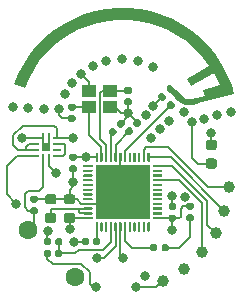
<source format=gtl>
%TF.GenerationSoftware,KiCad,Pcbnew,5.1.7-a382d34a8~87~ubuntu20.04.1*%
%TF.CreationDate,2020-10-26T14:53:32+05:00*%
%TF.ProjectId,OneRing,4f6e6552-696e-4672-9e6b-696361645f70,rev?*%
%TF.SameCoordinates,Original*%
%TF.FileFunction,Copper,L1,Top*%
%TF.FilePolarity,Positive*%
%FSLAX46Y46*%
G04 Gerber Fmt 4.6, Leading zero omitted, Abs format (unit mm)*
G04 Created by KiCad (PCBNEW 5.1.7-a382d34a8~87~ubuntu20.04.1) date 2020-10-26 14:53:32*
%MOMM*%
%LPD*%
G01*
G04 APERTURE LIST*
%TA.AperFunction,EtchedComponent*%
%ADD10C,0.100000*%
%TD*%
%TA.AperFunction,ComponentPad*%
%ADD11C,1.600000*%
%TD*%
%TA.AperFunction,SMDPad,CuDef*%
%ADD12C,0.500000*%
%TD*%
%TA.AperFunction,ComponentPad*%
%ADD13C,0.600000*%
%TD*%
%TA.AperFunction,SMDPad,CuDef*%
%ADD14C,1.000000*%
%TD*%
%TA.AperFunction,SMDPad,CuDef*%
%ADD15R,4.600000X4.600000*%
%TD*%
%TA.AperFunction,SMDPad,CuDef*%
%ADD16R,0.700000X0.250000*%
%TD*%
%TA.AperFunction,SMDPad,CuDef*%
%ADD17R,0.700000X0.700000*%
%TD*%
%TA.AperFunction,SMDPad,CuDef*%
%ADD18R,0.250000X0.700000*%
%TD*%
%TA.AperFunction,SMDPad,CuDef*%
%ADD19R,1.150000X1.000000*%
%TD*%
%TA.AperFunction,ViaPad*%
%ADD20C,0.800000*%
%TD*%
%TA.AperFunction,Conductor*%
%ADD21C,0.200000*%
%TD*%
%TA.AperFunction,Conductor*%
%ADD22C,0.500000*%
%TD*%
G04 APERTURE END LIST*
D10*
%TO.C,AE1*%
G36*
X165539057Y-90227492D02*
G01*
X166484141Y-90315898D01*
X167426129Y-90508662D01*
X168340527Y-90791641D01*
X169239581Y-91171906D01*
X170076891Y-91630832D01*
X170871774Y-92163242D01*
X171604912Y-92774314D01*
X172295623Y-93458870D01*
X172900095Y-94207945D01*
X173425398Y-95009292D01*
X173871533Y-95862911D01*
X174238498Y-96768800D01*
X174456414Y-97466162D01*
X171075673Y-98372028D01*
X170946264Y-97889065D01*
X171931508Y-97625070D01*
X171802099Y-97142107D01*
X173202691Y-96766819D01*
X172950807Y-96213146D01*
X172711864Y-95707768D01*
X170777474Y-96795489D01*
X170464353Y-96206460D01*
X172302150Y-95144621D01*
X172087888Y-94808628D01*
X171533099Y-94129062D01*
X170923637Y-93515910D01*
X170266572Y-92956924D01*
X169545174Y-92466940D01*
X168798773Y-92076830D01*
X167989933Y-91724156D01*
X167177998Y-91475839D01*
X166335884Y-91308078D01*
X165482910Y-91215696D01*
X164619075Y-91198694D01*
X163771462Y-91280872D01*
X162915578Y-91448089D01*
X162061080Y-91697756D01*
X161265925Y-92014345D01*
X160496652Y-92427527D01*
X159784133Y-92897970D01*
X159121298Y-93437923D01*
X158481756Y-94064809D01*
X157949159Y-94704450D01*
X157468834Y-95423260D01*
X157061994Y-96184497D01*
X156718979Y-96990748D01*
X155779393Y-96652402D01*
X156162246Y-95763007D01*
X156618584Y-94916038D01*
X157143924Y-94133403D01*
X157778797Y-93373182D01*
X158446623Y-92697306D01*
X159198286Y-92102493D01*
X160016363Y-91562354D01*
X160857734Y-91109149D01*
X161746894Y-90757019D01*
X162656759Y-90482163D01*
X163611824Y-90298723D01*
X164561205Y-90209982D01*
X165539057Y-90227492D01*
G37*
%TD*%
D11*
%TO.P,J2,1*%
%TO.N,VAA*%
X157000000Y-109000000D03*
%TD*%
%TO.P,J3,1*%
%TO.N,GND*%
X161000000Y-113000000D03*
%TD*%
D12*
%TO.P,AE1,1*%
%TO.N,Net-(AE1-Pad1)*%
X171252450Y-98065842D03*
D13*
%TO.P,AE1,2*%
%TO.N,GND*%
X170903180Y-96337342D03*
%TD*%
%TO.P,C1,1*%
%TO.N,VAA*%
%TA.AperFunction,SMDPad,CuDef*%
G36*
G01*
X157672500Y-107680000D02*
X157327500Y-107680000D01*
G75*
G02*
X157180000Y-107532500I0J147500D01*
G01*
X157180000Y-107237500D01*
G75*
G02*
X157327500Y-107090000I147500J0D01*
G01*
X157672500Y-107090000D01*
G75*
G02*
X157820000Y-107237500I0J-147500D01*
G01*
X157820000Y-107532500D01*
G75*
G02*
X157672500Y-107680000I-147500J0D01*
G01*
G37*
%TD.AperFunction*%
%TO.P,C1,2*%
%TO.N,GND*%
%TA.AperFunction,SMDPad,CuDef*%
G36*
G01*
X157672500Y-106710000D02*
X157327500Y-106710000D01*
G75*
G02*
X157180000Y-106562500I0J147500D01*
G01*
X157180000Y-106267500D01*
G75*
G02*
X157327500Y-106120000I147500J0D01*
G01*
X157672500Y-106120000D01*
G75*
G02*
X157820000Y-106267500I0J-147500D01*
G01*
X157820000Y-106562500D01*
G75*
G02*
X157672500Y-106710000I-147500J0D01*
G01*
G37*
%TD.AperFunction*%
%TD*%
%TO.P,C2,1*%
%TO.N,/NRF_DEC1*%
%TA.AperFunction,SMDPad,CuDef*%
G36*
G01*
X163095000Y-109827500D02*
X163095000Y-110172500D01*
G75*
G02*
X162947500Y-110320000I-147500J0D01*
G01*
X162652500Y-110320000D01*
G75*
G02*
X162505000Y-110172500I0J147500D01*
G01*
X162505000Y-109827500D01*
G75*
G02*
X162652500Y-109680000I147500J0D01*
G01*
X162947500Y-109680000D01*
G75*
G02*
X163095000Y-109827500I0J-147500D01*
G01*
G37*
%TD.AperFunction*%
%TO.P,C2,2*%
%TO.N,GND*%
%TA.AperFunction,SMDPad,CuDef*%
G36*
G01*
X162125000Y-109827500D02*
X162125000Y-110172500D01*
G75*
G02*
X161977500Y-110320000I-147500J0D01*
G01*
X161682500Y-110320000D01*
G75*
G02*
X161535000Y-110172500I0J147500D01*
G01*
X161535000Y-109827500D01*
G75*
G02*
X161682500Y-109680000I147500J0D01*
G01*
X161977500Y-109680000D01*
G75*
G02*
X162125000Y-109827500I0J-147500D01*
G01*
G37*
%TD.AperFunction*%
%TD*%
%TO.P,C3,2*%
%TO.N,GND*%
%TA.AperFunction,SMDPad,CuDef*%
G36*
G01*
X166156327Y-100287625D02*
X165912375Y-100043673D01*
G75*
G02*
X165912375Y-99835077I104298J104298D01*
G01*
X166120971Y-99626481D01*
G75*
G02*
X166329567Y-99626481I104298J-104298D01*
G01*
X166573519Y-99870433D01*
G75*
G02*
X166573519Y-100079029I-104298J-104298D01*
G01*
X166364923Y-100287625D01*
G75*
G02*
X166156327Y-100287625I-104298J104298D01*
G01*
G37*
%TD.AperFunction*%
%TO.P,C3,1*%
%TO.N,/NRF_DEC2*%
%TA.AperFunction,SMDPad,CuDef*%
G36*
G01*
X165470433Y-100973519D02*
X165226481Y-100729567D01*
G75*
G02*
X165226481Y-100520971I104298J104298D01*
G01*
X165435077Y-100312375D01*
G75*
G02*
X165643673Y-100312375I104298J-104298D01*
G01*
X165887625Y-100556327D01*
G75*
G02*
X165887625Y-100764923I-104298J-104298D01*
G01*
X165679029Y-100973519D01*
G75*
G02*
X165470433Y-100973519I-104298J104298D01*
G01*
G37*
%TD.AperFunction*%
%TD*%
%TO.P,C4,1*%
%TO.N,/NRF_DEC3*%
%TA.AperFunction,SMDPad,CuDef*%
G36*
G01*
X164070433Y-101023519D02*
X163826481Y-100779567D01*
G75*
G02*
X163826481Y-100570971I104298J104298D01*
G01*
X164035077Y-100362375D01*
G75*
G02*
X164243673Y-100362375I104298J-104298D01*
G01*
X164487625Y-100606327D01*
G75*
G02*
X164487625Y-100814923I-104298J-104298D01*
G01*
X164279029Y-101023519D01*
G75*
G02*
X164070433Y-101023519I-104298J104298D01*
G01*
G37*
%TD.AperFunction*%
%TO.P,C4,2*%
%TO.N,GND*%
%TA.AperFunction,SMDPad,CuDef*%
G36*
G01*
X164756327Y-100337625D02*
X164512375Y-100093673D01*
G75*
G02*
X164512375Y-99885077I104298J104298D01*
G01*
X164720971Y-99676481D01*
G75*
G02*
X164929567Y-99676481I104298J-104298D01*
G01*
X165173519Y-99920433D01*
G75*
G02*
X165173519Y-100129029I-104298J-104298D01*
G01*
X164964923Y-100337625D01*
G75*
G02*
X164756327Y-100337625I-104298J104298D01*
G01*
G37*
%TD.AperFunction*%
%TD*%
%TO.P,C5,1*%
%TO.N,/NRF_DEC4*%
%TA.AperFunction,SMDPad,CuDef*%
G36*
G01*
X159156250Y-108425000D02*
X158643750Y-108425000D01*
G75*
G02*
X158425000Y-108206250I0J218750D01*
G01*
X158425000Y-107768750D01*
G75*
G02*
X158643750Y-107550000I218750J0D01*
G01*
X159156250Y-107550000D01*
G75*
G02*
X159375000Y-107768750I0J-218750D01*
G01*
X159375000Y-108206250D01*
G75*
G02*
X159156250Y-108425000I-218750J0D01*
G01*
G37*
%TD.AperFunction*%
%TO.P,C5,2*%
%TO.N,GND*%
%TA.AperFunction,SMDPad,CuDef*%
G36*
G01*
X159156250Y-106850000D02*
X158643750Y-106850000D01*
G75*
G02*
X158425000Y-106631250I0J218750D01*
G01*
X158425000Y-106193750D01*
G75*
G02*
X158643750Y-105975000I218750J0D01*
G01*
X159156250Y-105975000D01*
G75*
G02*
X159375000Y-106193750I0J-218750D01*
G01*
X159375000Y-106631250D01*
G75*
G02*
X159156250Y-106850000I-218750J0D01*
G01*
G37*
%TD.AperFunction*%
%TD*%
%TO.P,C6,1*%
%TO.N,+3V3*%
%TA.AperFunction,SMDPad,CuDef*%
G36*
G01*
X169372500Y-108295000D02*
X169027500Y-108295000D01*
G75*
G02*
X168880000Y-108147500I0J147500D01*
G01*
X168880000Y-107852500D01*
G75*
G02*
X169027500Y-107705000I147500J0D01*
G01*
X169372500Y-107705000D01*
G75*
G02*
X169520000Y-107852500I0J-147500D01*
G01*
X169520000Y-108147500D01*
G75*
G02*
X169372500Y-108295000I-147500J0D01*
G01*
G37*
%TD.AperFunction*%
%TO.P,C6,2*%
%TO.N,GND*%
%TA.AperFunction,SMDPad,CuDef*%
G36*
G01*
X169372500Y-107325000D02*
X169027500Y-107325000D01*
G75*
G02*
X168880000Y-107177500I0J147500D01*
G01*
X168880000Y-106882500D01*
G75*
G02*
X169027500Y-106735000I147500J0D01*
G01*
X169372500Y-106735000D01*
G75*
G02*
X169520000Y-106882500I0J-147500D01*
G01*
X169520000Y-107177500D01*
G75*
G02*
X169372500Y-107325000I-147500J0D01*
G01*
G37*
%TD.AperFunction*%
%TD*%
%TO.P,C7,2*%
%TO.N,/NRF_XC_P*%
%TA.AperFunction,SMDPad,CuDef*%
G36*
G01*
X165622500Y-97495000D02*
X165277500Y-97495000D01*
G75*
G02*
X165130000Y-97347500I0J147500D01*
G01*
X165130000Y-97052500D01*
G75*
G02*
X165277500Y-96905000I147500J0D01*
G01*
X165622500Y-96905000D01*
G75*
G02*
X165770000Y-97052500I0J-147500D01*
G01*
X165770000Y-97347500D01*
G75*
G02*
X165622500Y-97495000I-147500J0D01*
G01*
G37*
%TD.AperFunction*%
%TO.P,C7,1*%
%TO.N,GND*%
%TA.AperFunction,SMDPad,CuDef*%
G36*
G01*
X165622500Y-98465000D02*
X165277500Y-98465000D01*
G75*
G02*
X165130000Y-98317500I0J147500D01*
G01*
X165130000Y-98022500D01*
G75*
G02*
X165277500Y-97875000I147500J0D01*
G01*
X165622500Y-97875000D01*
G75*
G02*
X165770000Y-98022500I0J-147500D01*
G01*
X165770000Y-98317500D01*
G75*
G02*
X165622500Y-98465000I-147500J0D01*
G01*
G37*
%TD.AperFunction*%
%TD*%
%TO.P,C8,1*%
%TO.N,GND*%
%TA.AperFunction,SMDPad,CuDef*%
G36*
G01*
X160872500Y-99865000D02*
X160527500Y-99865000D01*
G75*
G02*
X160380000Y-99717500I0J147500D01*
G01*
X160380000Y-99422500D01*
G75*
G02*
X160527500Y-99275000I147500J0D01*
G01*
X160872500Y-99275000D01*
G75*
G02*
X161020000Y-99422500I0J-147500D01*
G01*
X161020000Y-99717500D01*
G75*
G02*
X160872500Y-99865000I-147500J0D01*
G01*
G37*
%TD.AperFunction*%
%TO.P,C8,2*%
%TO.N,/NRF_XC_N*%
%TA.AperFunction,SMDPad,CuDef*%
G36*
G01*
X160872500Y-98895000D02*
X160527500Y-98895000D01*
G75*
G02*
X160380000Y-98747500I0J147500D01*
G01*
X160380000Y-98452500D01*
G75*
G02*
X160527500Y-98305000I147500J0D01*
G01*
X160872500Y-98305000D01*
G75*
G02*
X161020000Y-98452500I0J-147500D01*
G01*
X161020000Y-98747500D01*
G75*
G02*
X160872500Y-98895000I-147500J0D01*
G01*
G37*
%TD.AperFunction*%
%TD*%
%TO.P,C9,2*%
%TO.N,GND*%
%TA.AperFunction,SMDPad,CuDef*%
G36*
G01*
X160627500Y-103525000D02*
X160972500Y-103525000D01*
G75*
G02*
X161120000Y-103672500I0J-147500D01*
G01*
X161120000Y-103967500D01*
G75*
G02*
X160972500Y-104115000I-147500J0D01*
G01*
X160627500Y-104115000D01*
G75*
G02*
X160480000Y-103967500I0J147500D01*
G01*
X160480000Y-103672500D01*
G75*
G02*
X160627500Y-103525000I147500J0D01*
G01*
G37*
%TD.AperFunction*%
%TO.P,C9,1*%
%TO.N,+3V3*%
%TA.AperFunction,SMDPad,CuDef*%
G36*
G01*
X160627500Y-102555000D02*
X160972500Y-102555000D01*
G75*
G02*
X161120000Y-102702500I0J-147500D01*
G01*
X161120000Y-102997500D01*
G75*
G02*
X160972500Y-103145000I-147500J0D01*
G01*
X160627500Y-103145000D01*
G75*
G02*
X160480000Y-102997500I0J147500D01*
G01*
X160480000Y-102702500D01*
G75*
G02*
X160627500Y-102555000I147500J0D01*
G01*
G37*
%TD.AperFunction*%
%TD*%
%TO.P,C10,2*%
%TO.N,GND*%
%TA.AperFunction,SMDPad,CuDef*%
G36*
G01*
X160756250Y-106850000D02*
X160243750Y-106850000D01*
G75*
G02*
X160025000Y-106631250I0J218750D01*
G01*
X160025000Y-106193750D01*
G75*
G02*
X160243750Y-105975000I218750J0D01*
G01*
X160756250Y-105975000D01*
G75*
G02*
X160975000Y-106193750I0J-218750D01*
G01*
X160975000Y-106631250D01*
G75*
G02*
X160756250Y-106850000I-218750J0D01*
G01*
G37*
%TD.AperFunction*%
%TO.P,C10,1*%
%TO.N,+3V3*%
%TA.AperFunction,SMDPad,CuDef*%
G36*
G01*
X160756250Y-108425000D02*
X160243750Y-108425000D01*
G75*
G02*
X160025000Y-108206250I0J218750D01*
G01*
X160025000Y-107768750D01*
G75*
G02*
X160243750Y-107550000I218750J0D01*
G01*
X160756250Y-107550000D01*
G75*
G02*
X160975000Y-107768750I0J-218750D01*
G01*
X160975000Y-108206250D01*
G75*
G02*
X160756250Y-108425000I-218750J0D01*
G01*
G37*
%TD.AperFunction*%
%TD*%
%TO.P,C11,1*%
%TO.N,GND*%
%TA.AperFunction,SMDPad,CuDef*%
G36*
G01*
X172756250Y-103825000D02*
X172243750Y-103825000D01*
G75*
G02*
X172025000Y-103606250I0J218750D01*
G01*
X172025000Y-103168750D01*
G75*
G02*
X172243750Y-102950000I218750J0D01*
G01*
X172756250Y-102950000D01*
G75*
G02*
X172975000Y-103168750I0J-218750D01*
G01*
X172975000Y-103606250D01*
G75*
G02*
X172756250Y-103825000I-218750J0D01*
G01*
G37*
%TD.AperFunction*%
%TO.P,C11,2*%
%TO.N,VDD*%
%TA.AperFunction,SMDPad,CuDef*%
G36*
G01*
X172756250Y-102250000D02*
X172243750Y-102250000D01*
G75*
G02*
X172025000Y-102031250I0J218750D01*
G01*
X172025000Y-101593750D01*
G75*
G02*
X172243750Y-101375000I218750J0D01*
G01*
X172756250Y-101375000D01*
G75*
G02*
X172975000Y-101593750I0J-218750D01*
G01*
X172975000Y-102031250D01*
G75*
G02*
X172756250Y-102250000I-218750J0D01*
G01*
G37*
%TD.AperFunction*%
%TD*%
%TO.P,C12,2*%
%TO.N,GND*%
%TA.AperFunction,SMDPad,CuDef*%
G36*
G01*
X168443673Y-97412375D02*
X168687625Y-97656327D01*
G75*
G02*
X168687625Y-97864923I-104298J-104298D01*
G01*
X168479029Y-98073519D01*
G75*
G02*
X168270433Y-98073519I-104298J104298D01*
G01*
X168026481Y-97829567D01*
G75*
G02*
X168026481Y-97620971I104298J104298D01*
G01*
X168235077Y-97412375D01*
G75*
G02*
X168443673Y-97412375I104298J-104298D01*
G01*
G37*
%TD.AperFunction*%
%TO.P,C12,1*%
%TO.N,Net-(AE1-Pad1)*%
%TA.AperFunction,SMDPad,CuDef*%
G36*
G01*
X169129567Y-96726481D02*
X169373519Y-96970433D01*
G75*
G02*
X169373519Y-97179029I-104298J-104298D01*
G01*
X169164923Y-97387625D01*
G75*
G02*
X168956327Y-97387625I-104298J104298D01*
G01*
X168712375Y-97143673D01*
G75*
G02*
X168712375Y-96935077I104298J104298D01*
G01*
X168920971Y-96726481D01*
G75*
G02*
X169129567Y-96726481I104298J-104298D01*
G01*
G37*
%TD.AperFunction*%
%TD*%
%TO.P,D3,1*%
%TO.N,/NRF_LED*%
%TA.AperFunction,SMDPad,CuDef*%
G36*
G01*
X167320000Y-110672500D02*
X167320000Y-110327500D01*
G75*
G02*
X167467500Y-110180000I147500J0D01*
G01*
X167762500Y-110180000D01*
G75*
G02*
X167910000Y-110327500I0J-147500D01*
G01*
X167910000Y-110672500D01*
G75*
G02*
X167762500Y-110820000I-147500J0D01*
G01*
X167467500Y-110820000D01*
G75*
G02*
X167320000Y-110672500I0J147500D01*
G01*
G37*
%TD.AperFunction*%
%TO.P,D3,2*%
%TO.N,Net-(D3-Pad2)*%
%TA.AperFunction,SMDPad,CuDef*%
G36*
G01*
X168290000Y-110672500D02*
X168290000Y-110327500D01*
G75*
G02*
X168437500Y-110180000I147500J0D01*
G01*
X168732500Y-110180000D01*
G75*
G02*
X168880000Y-110327500I0J-147500D01*
G01*
X168880000Y-110672500D01*
G75*
G02*
X168732500Y-110820000I-147500J0D01*
G01*
X168437500Y-110820000D01*
G75*
G02*
X168290000Y-110672500I0J147500D01*
G01*
G37*
%TD.AperFunction*%
%TD*%
%TO.P,L2,1*%
%TO.N,Net-(AE1-Pad1)*%
%TA.AperFunction,SMDPad,CuDef*%
G36*
G01*
X169829567Y-97426481D02*
X170073519Y-97670433D01*
G75*
G02*
X170073519Y-97879029I-104298J-104298D01*
G01*
X169864923Y-98087625D01*
G75*
G02*
X169656327Y-98087625I-104298J104298D01*
G01*
X169412375Y-97843673D01*
G75*
G02*
X169412375Y-97635077I104298J104298D01*
G01*
X169620971Y-97426481D01*
G75*
G02*
X169829567Y-97426481I104298J-104298D01*
G01*
G37*
%TD.AperFunction*%
%TO.P,L2,2*%
%TO.N,/NRF_ANT*%
%TA.AperFunction,SMDPad,CuDef*%
G36*
G01*
X169143673Y-98112375D02*
X169387625Y-98356327D01*
G75*
G02*
X169387625Y-98564923I-104298J-104298D01*
G01*
X169179029Y-98773519D01*
G75*
G02*
X168970433Y-98773519I-104298J104298D01*
G01*
X168726481Y-98529567D01*
G75*
G02*
X168726481Y-98320971I104298J104298D01*
G01*
X168935077Y-98112375D01*
G75*
G02*
X169143673Y-98112375I104298J-104298D01*
G01*
G37*
%TD.AperFunction*%
%TD*%
%TO.P,R4,2*%
%TO.N,+3V3*%
%TA.AperFunction,SMDPad,CuDef*%
G36*
G01*
X170872500Y-107310000D02*
X170527500Y-107310000D01*
G75*
G02*
X170380000Y-107162500I0J147500D01*
G01*
X170380000Y-106867500D01*
G75*
G02*
X170527500Y-106720000I147500J0D01*
G01*
X170872500Y-106720000D01*
G75*
G02*
X171020000Y-106867500I0J-147500D01*
G01*
X171020000Y-107162500D01*
G75*
G02*
X170872500Y-107310000I-147500J0D01*
G01*
G37*
%TD.AperFunction*%
%TO.P,R4,1*%
%TO.N,Net-(D3-Pad2)*%
%TA.AperFunction,SMDPad,CuDef*%
G36*
G01*
X170872500Y-108280000D02*
X170527500Y-108280000D01*
G75*
G02*
X170380000Y-108132500I0J147500D01*
G01*
X170380000Y-107837500D01*
G75*
G02*
X170527500Y-107690000I147500J0D01*
G01*
X170872500Y-107690000D01*
G75*
G02*
X171020000Y-107837500I0J-147500D01*
G01*
X171020000Y-108132500D01*
G75*
G02*
X170872500Y-108280000I-147500J0D01*
G01*
G37*
%TD.AperFunction*%
%TD*%
%TO.P,R5,2*%
%TO.N,/NRF_BAT_LVL*%
%TA.AperFunction,SMDPad,CuDef*%
G36*
G01*
X159305000Y-111172500D02*
X159305000Y-110827500D01*
G75*
G02*
X159452500Y-110680000I147500J0D01*
G01*
X159747500Y-110680000D01*
G75*
G02*
X159895000Y-110827500I0J-147500D01*
G01*
X159895000Y-111172500D01*
G75*
G02*
X159747500Y-111320000I-147500J0D01*
G01*
X159452500Y-111320000D01*
G75*
G02*
X159305000Y-111172500I0J147500D01*
G01*
G37*
%TD.AperFunction*%
%TO.P,R5,1*%
%TO.N,/V_BAT_PROT*%
%TA.AperFunction,SMDPad,CuDef*%
G36*
G01*
X158335000Y-111172500D02*
X158335000Y-110827500D01*
G75*
G02*
X158482500Y-110680000I147500J0D01*
G01*
X158777500Y-110680000D01*
G75*
G02*
X158925000Y-110827500I0J-147500D01*
G01*
X158925000Y-111172500D01*
G75*
G02*
X158777500Y-111320000I-147500J0D01*
G01*
X158482500Y-111320000D01*
G75*
G02*
X158335000Y-111172500I0J147500D01*
G01*
G37*
%TD.AperFunction*%
%TD*%
%TO.P,R6,1*%
%TO.N,/NRF_BAT_LVL*%
%TA.AperFunction,SMDPad,CuDef*%
G36*
G01*
X159895000Y-109827500D02*
X159895000Y-110172500D01*
G75*
G02*
X159747500Y-110320000I-147500J0D01*
G01*
X159452500Y-110320000D01*
G75*
G02*
X159305000Y-110172500I0J147500D01*
G01*
X159305000Y-109827500D01*
G75*
G02*
X159452500Y-109680000I147500J0D01*
G01*
X159747500Y-109680000D01*
G75*
G02*
X159895000Y-109827500I0J-147500D01*
G01*
G37*
%TD.AperFunction*%
%TO.P,R6,2*%
%TO.N,GND*%
%TA.AperFunction,SMDPad,CuDef*%
G36*
G01*
X158925000Y-109827500D02*
X158925000Y-110172500D01*
G75*
G02*
X158777500Y-110320000I-147500J0D01*
G01*
X158482500Y-110320000D01*
G75*
G02*
X158335000Y-110172500I0J147500D01*
G01*
X158335000Y-109827500D01*
G75*
G02*
X158482500Y-109680000I147500J0D01*
G01*
X158777500Y-109680000D01*
G75*
G02*
X158925000Y-109827500I0J-147500D01*
G01*
G37*
%TD.AperFunction*%
%TD*%
D14*
%TO.P,TP1,1*%
%TO.N,VDD*%
X168400000Y-113300000D03*
%TD*%
%TO.P,TP2,1*%
%TO.N,/NRF_RESET*%
X172900000Y-109300000D03*
%TD*%
%TO.P,TP3,1*%
%TO.N,/NRF_SWDCLK*%
X173600000Y-107400000D03*
%TD*%
%TO.P,TP4,1*%
%TO.N,/NRF_SWDIO*%
X174000000Y-105400000D03*
%TD*%
%TO.P,TP5,1*%
%TO.N,/NRF_SWO*%
X171700000Y-110900000D03*
%TD*%
%TO.P,TP6,1*%
%TO.N,GND*%
X170200000Y-112300000D03*
%TD*%
%TO.P,U1,1*%
%TO.N,/NRF_DEC1*%
%TA.AperFunction,SMDPad,CuDef*%
G36*
G01*
X162850000Y-109150000D02*
X162750000Y-109150000D01*
G75*
G02*
X162700000Y-109100000I0J50000D01*
G01*
X162700000Y-108400000D01*
G75*
G02*
X162750000Y-108350000I50000J0D01*
G01*
X162850000Y-108350000D01*
G75*
G02*
X162900000Y-108400000I0J-50000D01*
G01*
X162900000Y-109100000D01*
G75*
G02*
X162850000Y-109150000I-50000J0D01*
G01*
G37*
%TD.AperFunction*%
%TO.P,U1,2*%
%TO.N,Net-(U1-Pad2)*%
%TA.AperFunction,SMDPad,CuDef*%
G36*
G01*
X163250000Y-109150000D02*
X163150000Y-109150000D01*
G75*
G02*
X163100000Y-109100000I0J50000D01*
G01*
X163100000Y-108400000D01*
G75*
G02*
X163150000Y-108350000I50000J0D01*
G01*
X163250000Y-108350000D01*
G75*
G02*
X163300000Y-108400000I0J-50000D01*
G01*
X163300000Y-109100000D01*
G75*
G02*
X163250000Y-109150000I-50000J0D01*
G01*
G37*
%TD.AperFunction*%
%TO.P,U1,3*%
%TO.N,Net-(U1-Pad3)*%
%TA.AperFunction,SMDPad,CuDef*%
G36*
G01*
X163650000Y-109150000D02*
X163550000Y-109150000D01*
G75*
G02*
X163500000Y-109100000I0J50000D01*
G01*
X163500000Y-108400000D01*
G75*
G02*
X163550000Y-108350000I50000J0D01*
G01*
X163650000Y-108350000D01*
G75*
G02*
X163700000Y-108400000I0J-50000D01*
G01*
X163700000Y-109100000D01*
G75*
G02*
X163650000Y-109150000I-50000J0D01*
G01*
G37*
%TD.AperFunction*%
%TO.P,U1,4*%
%TO.N,/NRF_BAT_LVL*%
%TA.AperFunction,SMDPad,CuDef*%
G36*
G01*
X164050000Y-109150000D02*
X163950000Y-109150000D01*
G75*
G02*
X163900000Y-109100000I0J50000D01*
G01*
X163900000Y-108400000D01*
G75*
G02*
X163950000Y-108350000I50000J0D01*
G01*
X164050000Y-108350000D01*
G75*
G02*
X164100000Y-108400000I0J-50000D01*
G01*
X164100000Y-109100000D01*
G75*
G02*
X164050000Y-109150000I-50000J0D01*
G01*
G37*
%TD.AperFunction*%
%TO.P,U1,5*%
%TO.N,/NRF_PWR*%
%TA.AperFunction,SMDPad,CuDef*%
G36*
G01*
X164450000Y-109150000D02*
X164350000Y-109150000D01*
G75*
G02*
X164300000Y-109100000I0J50000D01*
G01*
X164300000Y-108400000D01*
G75*
G02*
X164350000Y-108350000I50000J0D01*
G01*
X164450000Y-108350000D01*
G75*
G02*
X164500000Y-108400000I0J-50000D01*
G01*
X164500000Y-109100000D01*
G75*
G02*
X164450000Y-109150000I-50000J0D01*
G01*
G37*
%TD.AperFunction*%
%TO.P,U1,6*%
%TO.N,/NRF_BTN*%
%TA.AperFunction,SMDPad,CuDef*%
G36*
G01*
X164850000Y-109150000D02*
X164750000Y-109150000D01*
G75*
G02*
X164700000Y-109100000I0J50000D01*
G01*
X164700000Y-108400000D01*
G75*
G02*
X164750000Y-108350000I50000J0D01*
G01*
X164850000Y-108350000D01*
G75*
G02*
X164900000Y-108400000I0J-50000D01*
G01*
X164900000Y-109100000D01*
G75*
G02*
X164850000Y-109150000I-50000J0D01*
G01*
G37*
%TD.AperFunction*%
%TO.P,U1,7*%
%TO.N,/NRF_LED*%
%TA.AperFunction,SMDPad,CuDef*%
G36*
G01*
X165250000Y-109150000D02*
X165150000Y-109150000D01*
G75*
G02*
X165100000Y-109100000I0J50000D01*
G01*
X165100000Y-108400000D01*
G75*
G02*
X165150000Y-108350000I50000J0D01*
G01*
X165250000Y-108350000D01*
G75*
G02*
X165300000Y-108400000I0J-50000D01*
G01*
X165300000Y-109100000D01*
G75*
G02*
X165250000Y-109150000I-50000J0D01*
G01*
G37*
%TD.AperFunction*%
%TO.P,U1,8*%
%TO.N,Net-(U1-Pad8)*%
%TA.AperFunction,SMDPad,CuDef*%
G36*
G01*
X165650000Y-109150000D02*
X165550000Y-109150000D01*
G75*
G02*
X165500000Y-109100000I0J50000D01*
G01*
X165500000Y-108400000D01*
G75*
G02*
X165550000Y-108350000I50000J0D01*
G01*
X165650000Y-108350000D01*
G75*
G02*
X165700000Y-108400000I0J-50000D01*
G01*
X165700000Y-109100000D01*
G75*
G02*
X165650000Y-109150000I-50000J0D01*
G01*
G37*
%TD.AperFunction*%
%TO.P,U1,9*%
%TO.N,Net-(U1-Pad9)*%
%TA.AperFunction,SMDPad,CuDef*%
G36*
G01*
X166050000Y-109150000D02*
X165950000Y-109150000D01*
G75*
G02*
X165900000Y-109100000I0J50000D01*
G01*
X165900000Y-108400000D01*
G75*
G02*
X165950000Y-108350000I50000J0D01*
G01*
X166050000Y-108350000D01*
G75*
G02*
X166100000Y-108400000I0J-50000D01*
G01*
X166100000Y-109100000D01*
G75*
G02*
X166050000Y-109150000I-50000J0D01*
G01*
G37*
%TD.AperFunction*%
%TO.P,U1,10*%
%TO.N,Net-(U1-Pad10)*%
%TA.AperFunction,SMDPad,CuDef*%
G36*
G01*
X166450000Y-109150000D02*
X166350000Y-109150000D01*
G75*
G02*
X166300000Y-109100000I0J50000D01*
G01*
X166300000Y-108400000D01*
G75*
G02*
X166350000Y-108350000I50000J0D01*
G01*
X166450000Y-108350000D01*
G75*
G02*
X166500000Y-108400000I0J-50000D01*
G01*
X166500000Y-109100000D01*
G75*
G02*
X166450000Y-109150000I-50000J0D01*
G01*
G37*
%TD.AperFunction*%
%TO.P,U1,11*%
%TO.N,Net-(U1-Pad11)*%
%TA.AperFunction,SMDPad,CuDef*%
G36*
G01*
X166850000Y-109150000D02*
X166750000Y-109150000D01*
G75*
G02*
X166700000Y-109100000I0J50000D01*
G01*
X166700000Y-108400000D01*
G75*
G02*
X166750000Y-108350000I50000J0D01*
G01*
X166850000Y-108350000D01*
G75*
G02*
X166900000Y-108400000I0J-50000D01*
G01*
X166900000Y-109100000D01*
G75*
G02*
X166850000Y-109150000I-50000J0D01*
G01*
G37*
%TD.AperFunction*%
%TO.P,U1,12*%
%TO.N,Net-(U1-Pad12)*%
%TA.AperFunction,SMDPad,CuDef*%
G36*
G01*
X167250000Y-109150000D02*
X167150000Y-109150000D01*
G75*
G02*
X167100000Y-109100000I0J50000D01*
G01*
X167100000Y-108400000D01*
G75*
G02*
X167150000Y-108350000I50000J0D01*
G01*
X167250000Y-108350000D01*
G75*
G02*
X167300000Y-108400000I0J-50000D01*
G01*
X167300000Y-109100000D01*
G75*
G02*
X167250000Y-109150000I-50000J0D01*
G01*
G37*
%TD.AperFunction*%
%TO.P,U1,13*%
%TO.N,+3V3*%
%TA.AperFunction,SMDPad,CuDef*%
G36*
G01*
X168300000Y-108100000D02*
X167600000Y-108100000D01*
G75*
G02*
X167550000Y-108050000I0J50000D01*
G01*
X167550000Y-107950000D01*
G75*
G02*
X167600000Y-107900000I50000J0D01*
G01*
X168300000Y-107900000D01*
G75*
G02*
X168350000Y-107950000I0J-50000D01*
G01*
X168350000Y-108050000D01*
G75*
G02*
X168300000Y-108100000I-50000J0D01*
G01*
G37*
%TD.AperFunction*%
%TO.P,U1,14*%
%TO.N,Net-(U1-Pad14)*%
%TA.AperFunction,SMDPad,CuDef*%
G36*
G01*
X168300000Y-107700000D02*
X167600000Y-107700000D01*
G75*
G02*
X167550000Y-107650000I0J50000D01*
G01*
X167550000Y-107550000D01*
G75*
G02*
X167600000Y-107500000I50000J0D01*
G01*
X168300000Y-107500000D01*
G75*
G02*
X168350000Y-107550000I0J-50000D01*
G01*
X168350000Y-107650000D01*
G75*
G02*
X168300000Y-107700000I-50000J0D01*
G01*
G37*
%TD.AperFunction*%
%TO.P,U1,15*%
%TO.N,Net-(U1-Pad15)*%
%TA.AperFunction,SMDPad,CuDef*%
G36*
G01*
X168300000Y-107300000D02*
X167600000Y-107300000D01*
G75*
G02*
X167550000Y-107250000I0J50000D01*
G01*
X167550000Y-107150000D01*
G75*
G02*
X167600000Y-107100000I50000J0D01*
G01*
X168300000Y-107100000D01*
G75*
G02*
X168350000Y-107150000I0J-50000D01*
G01*
X168350000Y-107250000D01*
G75*
G02*
X168300000Y-107300000I-50000J0D01*
G01*
G37*
%TD.AperFunction*%
%TO.P,U1,16*%
%TO.N,Net-(U1-Pad16)*%
%TA.AperFunction,SMDPad,CuDef*%
G36*
G01*
X168300000Y-106900000D02*
X167600000Y-106900000D01*
G75*
G02*
X167550000Y-106850000I0J50000D01*
G01*
X167550000Y-106750000D01*
G75*
G02*
X167600000Y-106700000I50000J0D01*
G01*
X168300000Y-106700000D01*
G75*
G02*
X168350000Y-106750000I0J-50000D01*
G01*
X168350000Y-106850000D01*
G75*
G02*
X168300000Y-106900000I-50000J0D01*
G01*
G37*
%TD.AperFunction*%
%TO.P,U1,17*%
%TO.N,Net-(U1-Pad17)*%
%TA.AperFunction,SMDPad,CuDef*%
G36*
G01*
X168300000Y-106500000D02*
X167600000Y-106500000D01*
G75*
G02*
X167550000Y-106450000I0J50000D01*
G01*
X167550000Y-106350000D01*
G75*
G02*
X167600000Y-106300000I50000J0D01*
G01*
X168300000Y-106300000D01*
G75*
G02*
X168350000Y-106350000I0J-50000D01*
G01*
X168350000Y-106450000D01*
G75*
G02*
X168300000Y-106500000I-50000J0D01*
G01*
G37*
%TD.AperFunction*%
%TO.P,U1,18*%
%TO.N,Net-(U1-Pad18)*%
%TA.AperFunction,SMDPad,CuDef*%
G36*
G01*
X168300000Y-106100000D02*
X167600000Y-106100000D01*
G75*
G02*
X167550000Y-106050000I0J50000D01*
G01*
X167550000Y-105950000D01*
G75*
G02*
X167600000Y-105900000I50000J0D01*
G01*
X168300000Y-105900000D01*
G75*
G02*
X168350000Y-105950000I0J-50000D01*
G01*
X168350000Y-106050000D01*
G75*
G02*
X168300000Y-106100000I-50000J0D01*
G01*
G37*
%TD.AperFunction*%
%TO.P,U1,19*%
%TO.N,Net-(U1-Pad19)*%
%TA.AperFunction,SMDPad,CuDef*%
G36*
G01*
X168300000Y-105700000D02*
X167600000Y-105700000D01*
G75*
G02*
X167550000Y-105650000I0J50000D01*
G01*
X167550000Y-105550000D01*
G75*
G02*
X167600000Y-105500000I50000J0D01*
G01*
X168300000Y-105500000D01*
G75*
G02*
X168350000Y-105550000I0J-50000D01*
G01*
X168350000Y-105650000D01*
G75*
G02*
X168300000Y-105700000I-50000J0D01*
G01*
G37*
%TD.AperFunction*%
%TO.P,U1,20*%
%TO.N,Net-(U1-Pad20)*%
%TA.AperFunction,SMDPad,CuDef*%
G36*
G01*
X168300000Y-105300000D02*
X167600000Y-105300000D01*
G75*
G02*
X167550000Y-105250000I0J50000D01*
G01*
X167550000Y-105150000D01*
G75*
G02*
X167600000Y-105100000I50000J0D01*
G01*
X168300000Y-105100000D01*
G75*
G02*
X168350000Y-105150000I0J-50000D01*
G01*
X168350000Y-105250000D01*
G75*
G02*
X168300000Y-105300000I-50000J0D01*
G01*
G37*
%TD.AperFunction*%
%TO.P,U1,21*%
%TO.N,/NRF_SWO*%
%TA.AperFunction,SMDPad,CuDef*%
G36*
G01*
X168300000Y-104900000D02*
X167600000Y-104900000D01*
G75*
G02*
X167550000Y-104850000I0J50000D01*
G01*
X167550000Y-104750000D01*
G75*
G02*
X167600000Y-104700000I50000J0D01*
G01*
X168300000Y-104700000D01*
G75*
G02*
X168350000Y-104750000I0J-50000D01*
G01*
X168350000Y-104850000D01*
G75*
G02*
X168300000Y-104900000I-50000J0D01*
G01*
G37*
%TD.AperFunction*%
%TO.P,U1,22*%
%TO.N,Net-(U1-Pad22)*%
%TA.AperFunction,SMDPad,CuDef*%
G36*
G01*
X168300000Y-104500000D02*
X167600000Y-104500000D01*
G75*
G02*
X167550000Y-104450000I0J50000D01*
G01*
X167550000Y-104350000D01*
G75*
G02*
X167600000Y-104300000I50000J0D01*
G01*
X168300000Y-104300000D01*
G75*
G02*
X168350000Y-104350000I0J-50000D01*
G01*
X168350000Y-104450000D01*
G75*
G02*
X168300000Y-104500000I-50000J0D01*
G01*
G37*
%TD.AperFunction*%
%TO.P,U1,23*%
%TO.N,Net-(U1-Pad23)*%
%TA.AperFunction,SMDPad,CuDef*%
G36*
G01*
X168300000Y-104100000D02*
X167600000Y-104100000D01*
G75*
G02*
X167550000Y-104050000I0J50000D01*
G01*
X167550000Y-103950000D01*
G75*
G02*
X167600000Y-103900000I50000J0D01*
G01*
X168300000Y-103900000D01*
G75*
G02*
X168350000Y-103950000I0J-50000D01*
G01*
X168350000Y-104050000D01*
G75*
G02*
X168300000Y-104100000I-50000J0D01*
G01*
G37*
%TD.AperFunction*%
%TO.P,U1,24*%
%TO.N,/NRF_RESET*%
%TA.AperFunction,SMDPad,CuDef*%
G36*
G01*
X168300000Y-103700000D02*
X167600000Y-103700000D01*
G75*
G02*
X167550000Y-103650000I0J50000D01*
G01*
X167550000Y-103550000D01*
G75*
G02*
X167600000Y-103500000I50000J0D01*
G01*
X168300000Y-103500000D01*
G75*
G02*
X168350000Y-103550000I0J-50000D01*
G01*
X168350000Y-103650000D01*
G75*
G02*
X168300000Y-103700000I-50000J0D01*
G01*
G37*
%TD.AperFunction*%
%TO.P,U1,25*%
%TO.N,/NRF_SWDCLK*%
%TA.AperFunction,SMDPad,CuDef*%
G36*
G01*
X167250000Y-103250000D02*
X167150000Y-103250000D01*
G75*
G02*
X167100000Y-103200000I0J50000D01*
G01*
X167100000Y-102500000D01*
G75*
G02*
X167150000Y-102450000I50000J0D01*
G01*
X167250000Y-102450000D01*
G75*
G02*
X167300000Y-102500000I0J-50000D01*
G01*
X167300000Y-103200000D01*
G75*
G02*
X167250000Y-103250000I-50000J0D01*
G01*
G37*
%TD.AperFunction*%
%TO.P,U1,26*%
%TO.N,/NRF_SWDIO*%
%TA.AperFunction,SMDPad,CuDef*%
G36*
G01*
X166850000Y-103250000D02*
X166750000Y-103250000D01*
G75*
G02*
X166700000Y-103200000I0J50000D01*
G01*
X166700000Y-102500000D01*
G75*
G02*
X166750000Y-102450000I50000J0D01*
G01*
X166850000Y-102450000D01*
G75*
G02*
X166900000Y-102500000I0J-50000D01*
G01*
X166900000Y-103200000D01*
G75*
G02*
X166850000Y-103250000I-50000J0D01*
G01*
G37*
%TD.AperFunction*%
%TO.P,U1,27*%
%TO.N,Net-(U1-Pad27)*%
%TA.AperFunction,SMDPad,CuDef*%
G36*
G01*
X166450000Y-103250000D02*
X166350000Y-103250000D01*
G75*
G02*
X166300000Y-103200000I0J50000D01*
G01*
X166300000Y-102500000D01*
G75*
G02*
X166350000Y-102450000I50000J0D01*
G01*
X166450000Y-102450000D01*
G75*
G02*
X166500000Y-102500000I0J-50000D01*
G01*
X166500000Y-103200000D01*
G75*
G02*
X166450000Y-103250000I-50000J0D01*
G01*
G37*
%TD.AperFunction*%
%TO.P,U1,28*%
%TO.N,Net-(U1-Pad28)*%
%TA.AperFunction,SMDPad,CuDef*%
G36*
G01*
X166050000Y-103250000D02*
X165950000Y-103250000D01*
G75*
G02*
X165900000Y-103200000I0J50000D01*
G01*
X165900000Y-102500000D01*
G75*
G02*
X165950000Y-102450000I50000J0D01*
G01*
X166050000Y-102450000D01*
G75*
G02*
X166100000Y-102500000I0J-50000D01*
G01*
X166100000Y-103200000D01*
G75*
G02*
X166050000Y-103250000I-50000J0D01*
G01*
G37*
%TD.AperFunction*%
%TO.P,U1,29*%
%TO.N,Net-(U1-Pad29)*%
%TA.AperFunction,SMDPad,CuDef*%
G36*
G01*
X165650000Y-103250000D02*
X165550000Y-103250000D01*
G75*
G02*
X165500000Y-103200000I0J50000D01*
G01*
X165500000Y-102500000D01*
G75*
G02*
X165550000Y-102450000I50000J0D01*
G01*
X165650000Y-102450000D01*
G75*
G02*
X165700000Y-102500000I0J-50000D01*
G01*
X165700000Y-103200000D01*
G75*
G02*
X165650000Y-103250000I-50000J0D01*
G01*
G37*
%TD.AperFunction*%
%TO.P,U1,30*%
%TO.N,/NRF_ANT*%
%TA.AperFunction,SMDPad,CuDef*%
G36*
G01*
X165250000Y-103250000D02*
X165150000Y-103250000D01*
G75*
G02*
X165100000Y-103200000I0J50000D01*
G01*
X165100000Y-102500000D01*
G75*
G02*
X165150000Y-102450000I50000J0D01*
G01*
X165250000Y-102450000D01*
G75*
G02*
X165300000Y-102500000I0J-50000D01*
G01*
X165300000Y-103200000D01*
G75*
G02*
X165250000Y-103250000I-50000J0D01*
G01*
G37*
%TD.AperFunction*%
%TO.P,U1,31*%
%TO.N,GND*%
%TA.AperFunction,SMDPad,CuDef*%
G36*
G01*
X164850000Y-103250000D02*
X164750000Y-103250000D01*
G75*
G02*
X164700000Y-103200000I0J50000D01*
G01*
X164700000Y-102500000D01*
G75*
G02*
X164750000Y-102450000I50000J0D01*
G01*
X164850000Y-102450000D01*
G75*
G02*
X164900000Y-102500000I0J-50000D01*
G01*
X164900000Y-103200000D01*
G75*
G02*
X164850000Y-103250000I-50000J0D01*
G01*
G37*
%TD.AperFunction*%
%TO.P,U1,32*%
%TO.N,/NRF_DEC2*%
%TA.AperFunction,SMDPad,CuDef*%
G36*
G01*
X164450000Y-103250000D02*
X164350000Y-103250000D01*
G75*
G02*
X164300000Y-103200000I0J50000D01*
G01*
X164300000Y-102500000D01*
G75*
G02*
X164350000Y-102450000I50000J0D01*
G01*
X164450000Y-102450000D01*
G75*
G02*
X164500000Y-102500000I0J-50000D01*
G01*
X164500000Y-103200000D01*
G75*
G02*
X164450000Y-103250000I-50000J0D01*
G01*
G37*
%TD.AperFunction*%
%TO.P,U1,33*%
%TO.N,/NRF_DEC3*%
%TA.AperFunction,SMDPad,CuDef*%
G36*
G01*
X164050000Y-103250000D02*
X163950000Y-103250000D01*
G75*
G02*
X163900000Y-103200000I0J50000D01*
G01*
X163900000Y-102500000D01*
G75*
G02*
X163950000Y-102450000I50000J0D01*
G01*
X164050000Y-102450000D01*
G75*
G02*
X164100000Y-102500000I0J-50000D01*
G01*
X164100000Y-103200000D01*
G75*
G02*
X164050000Y-103250000I-50000J0D01*
G01*
G37*
%TD.AperFunction*%
%TO.P,U1,34*%
%TO.N,/NRF_XC_P*%
%TA.AperFunction,SMDPad,CuDef*%
G36*
G01*
X163650000Y-103250000D02*
X163550000Y-103250000D01*
G75*
G02*
X163500000Y-103200000I0J50000D01*
G01*
X163500000Y-102500000D01*
G75*
G02*
X163550000Y-102450000I50000J0D01*
G01*
X163650000Y-102450000D01*
G75*
G02*
X163700000Y-102500000I0J-50000D01*
G01*
X163700000Y-103200000D01*
G75*
G02*
X163650000Y-103250000I-50000J0D01*
G01*
G37*
%TD.AperFunction*%
%TO.P,U1,35*%
%TO.N,/NRF_XC_N*%
%TA.AperFunction,SMDPad,CuDef*%
G36*
G01*
X163250000Y-103250000D02*
X163150000Y-103250000D01*
G75*
G02*
X163100000Y-103200000I0J50000D01*
G01*
X163100000Y-102500000D01*
G75*
G02*
X163150000Y-102450000I50000J0D01*
G01*
X163250000Y-102450000D01*
G75*
G02*
X163300000Y-102500000I0J-50000D01*
G01*
X163300000Y-103200000D01*
G75*
G02*
X163250000Y-103250000I-50000J0D01*
G01*
G37*
%TD.AperFunction*%
%TO.P,U1,36*%
%TO.N,+3V3*%
%TA.AperFunction,SMDPad,CuDef*%
G36*
G01*
X162850000Y-103250000D02*
X162750000Y-103250000D01*
G75*
G02*
X162700000Y-103200000I0J50000D01*
G01*
X162700000Y-102500000D01*
G75*
G02*
X162750000Y-102450000I50000J0D01*
G01*
X162850000Y-102450000D01*
G75*
G02*
X162900000Y-102500000I0J-50000D01*
G01*
X162900000Y-103200000D01*
G75*
G02*
X162850000Y-103250000I-50000J0D01*
G01*
G37*
%TD.AperFunction*%
%TO.P,U1,37*%
%TO.N,Net-(U1-Pad37)*%
%TA.AperFunction,SMDPad,CuDef*%
G36*
G01*
X162400000Y-103700000D02*
X161700000Y-103700000D01*
G75*
G02*
X161650000Y-103650000I0J50000D01*
G01*
X161650000Y-103550000D01*
G75*
G02*
X161700000Y-103500000I50000J0D01*
G01*
X162400000Y-103500000D01*
G75*
G02*
X162450000Y-103550000I0J-50000D01*
G01*
X162450000Y-103650000D01*
G75*
G02*
X162400000Y-103700000I-50000J0D01*
G01*
G37*
%TD.AperFunction*%
%TO.P,U1,38*%
%TO.N,Net-(U1-Pad38)*%
%TA.AperFunction,SMDPad,CuDef*%
G36*
G01*
X162400000Y-104100000D02*
X161700000Y-104100000D01*
G75*
G02*
X161650000Y-104050000I0J50000D01*
G01*
X161650000Y-103950000D01*
G75*
G02*
X161700000Y-103900000I50000J0D01*
G01*
X162400000Y-103900000D01*
G75*
G02*
X162450000Y-103950000I0J-50000D01*
G01*
X162450000Y-104050000D01*
G75*
G02*
X162400000Y-104100000I-50000J0D01*
G01*
G37*
%TD.AperFunction*%
%TO.P,U1,39*%
%TO.N,Net-(U1-Pad39)*%
%TA.AperFunction,SMDPad,CuDef*%
G36*
G01*
X162400000Y-104500000D02*
X161700000Y-104500000D01*
G75*
G02*
X161650000Y-104450000I0J50000D01*
G01*
X161650000Y-104350000D01*
G75*
G02*
X161700000Y-104300000I50000J0D01*
G01*
X162400000Y-104300000D01*
G75*
G02*
X162450000Y-104350000I0J-50000D01*
G01*
X162450000Y-104450000D01*
G75*
G02*
X162400000Y-104500000I-50000J0D01*
G01*
G37*
%TD.AperFunction*%
%TO.P,U1,40*%
%TO.N,Net-(U1-Pad40)*%
%TA.AperFunction,SMDPad,CuDef*%
G36*
G01*
X162400000Y-104900000D02*
X161700000Y-104900000D01*
G75*
G02*
X161650000Y-104850000I0J50000D01*
G01*
X161650000Y-104750000D01*
G75*
G02*
X161700000Y-104700000I50000J0D01*
G01*
X162400000Y-104700000D01*
G75*
G02*
X162450000Y-104750000I0J-50000D01*
G01*
X162450000Y-104850000D01*
G75*
G02*
X162400000Y-104900000I-50000J0D01*
G01*
G37*
%TD.AperFunction*%
%TO.P,U1,41*%
%TO.N,Net-(U1-Pad41)*%
%TA.AperFunction,SMDPad,CuDef*%
G36*
G01*
X162400000Y-105300000D02*
X161700000Y-105300000D01*
G75*
G02*
X161650000Y-105250000I0J50000D01*
G01*
X161650000Y-105150000D01*
G75*
G02*
X161700000Y-105100000I50000J0D01*
G01*
X162400000Y-105100000D01*
G75*
G02*
X162450000Y-105150000I0J-50000D01*
G01*
X162450000Y-105250000D01*
G75*
G02*
X162400000Y-105300000I-50000J0D01*
G01*
G37*
%TD.AperFunction*%
%TO.P,U1,42*%
%TO.N,Net-(U1-Pad42)*%
%TA.AperFunction,SMDPad,CuDef*%
G36*
G01*
X162400000Y-105700000D02*
X161700000Y-105700000D01*
G75*
G02*
X161650000Y-105650000I0J50000D01*
G01*
X161650000Y-105550000D01*
G75*
G02*
X161700000Y-105500000I50000J0D01*
G01*
X162400000Y-105500000D01*
G75*
G02*
X162450000Y-105550000I0J-50000D01*
G01*
X162450000Y-105650000D01*
G75*
G02*
X162400000Y-105700000I-50000J0D01*
G01*
G37*
%TD.AperFunction*%
%TO.P,U1,43*%
%TO.N,Net-(U1-Pad43)*%
%TA.AperFunction,SMDPad,CuDef*%
G36*
G01*
X162400000Y-106100000D02*
X161700000Y-106100000D01*
G75*
G02*
X161650000Y-106050000I0J50000D01*
G01*
X161650000Y-105950000D01*
G75*
G02*
X161700000Y-105900000I50000J0D01*
G01*
X162400000Y-105900000D01*
G75*
G02*
X162450000Y-105950000I0J-50000D01*
G01*
X162450000Y-106050000D01*
G75*
G02*
X162400000Y-106100000I-50000J0D01*
G01*
G37*
%TD.AperFunction*%
%TO.P,U1,44*%
%TO.N,Net-(U1-Pad44)*%
%TA.AperFunction,SMDPad,CuDef*%
G36*
G01*
X162400000Y-106500000D02*
X161700000Y-106500000D01*
G75*
G02*
X161650000Y-106450000I0J50000D01*
G01*
X161650000Y-106350000D01*
G75*
G02*
X161700000Y-106300000I50000J0D01*
G01*
X162400000Y-106300000D01*
G75*
G02*
X162450000Y-106350000I0J-50000D01*
G01*
X162450000Y-106450000D01*
G75*
G02*
X162400000Y-106500000I-50000J0D01*
G01*
G37*
%TD.AperFunction*%
%TO.P,U1,45*%
%TO.N,GND*%
%TA.AperFunction,SMDPad,CuDef*%
G36*
G01*
X162400000Y-106900000D02*
X161700000Y-106900000D01*
G75*
G02*
X161650000Y-106850000I0J50000D01*
G01*
X161650000Y-106750000D01*
G75*
G02*
X161700000Y-106700000I50000J0D01*
G01*
X162400000Y-106700000D01*
G75*
G02*
X162450000Y-106750000I0J-50000D01*
G01*
X162450000Y-106850000D01*
G75*
G02*
X162400000Y-106900000I-50000J0D01*
G01*
G37*
%TD.AperFunction*%
%TO.P,U1,46*%
%TO.N,/NRF_DEC4*%
%TA.AperFunction,SMDPad,CuDef*%
G36*
G01*
X162400000Y-107300000D02*
X161700000Y-107300000D01*
G75*
G02*
X161650000Y-107250000I0J50000D01*
G01*
X161650000Y-107150000D01*
G75*
G02*
X161700000Y-107100000I50000J0D01*
G01*
X162400000Y-107100000D01*
G75*
G02*
X162450000Y-107150000I0J-50000D01*
G01*
X162450000Y-107250000D01*
G75*
G02*
X162400000Y-107300000I-50000J0D01*
G01*
G37*
%TD.AperFunction*%
%TO.P,U1,47*%
%TA.AperFunction,SMDPad,CuDef*%
G36*
G01*
X162400000Y-107700000D02*
X161700000Y-107700000D01*
G75*
G02*
X161650000Y-107650000I0J50000D01*
G01*
X161650000Y-107550000D01*
G75*
G02*
X161700000Y-107500000I50000J0D01*
G01*
X162400000Y-107500000D01*
G75*
G02*
X162450000Y-107550000I0J-50000D01*
G01*
X162450000Y-107650000D01*
G75*
G02*
X162400000Y-107700000I-50000J0D01*
G01*
G37*
%TD.AperFunction*%
%TO.P,U1,48*%
%TO.N,+3V3*%
%TA.AperFunction,SMDPad,CuDef*%
G36*
G01*
X162400000Y-108100000D02*
X161700000Y-108100000D01*
G75*
G02*
X161650000Y-108050000I0J50000D01*
G01*
X161650000Y-107950000D01*
G75*
G02*
X161700000Y-107900000I50000J0D01*
G01*
X162400000Y-107900000D01*
G75*
G02*
X162450000Y-107950000I0J-50000D01*
G01*
X162450000Y-108050000D01*
G75*
G02*
X162400000Y-108100000I-50000J0D01*
G01*
G37*
%TD.AperFunction*%
D15*
%TO.P,U1,49*%
%TO.N,GND*%
X165000000Y-105800000D03*
%TD*%
D16*
%TO.P,U2,1*%
%TO.N,VDD*%
X159400000Y-102750000D03*
%TO.P,U2,2*%
%TO.N,Net-(U2-Pad2)*%
X159400000Y-102250000D03*
%TO.P,U2,3*%
%TO.N,VDD*%
X159400000Y-101750000D03*
%TO.P,U2,4*%
X159400000Y-101250000D03*
%TO.P,U2,10*%
%TO.N,+BATT*%
X157600000Y-102750000D03*
%TO.P,U2,9*%
%TO.N,VDD*%
X157600000Y-102250000D03*
%TO.P,U2,7*%
%TO.N,GND*%
X157600000Y-101250000D03*
%TO.P,U2,8*%
%TO.N,VDD*%
X157600000Y-101750000D03*
D17*
%TO.P,U2,13*%
%TO.N,GND*%
X158500000Y-102000000D03*
D18*
%TO.P,U2,5*%
X158750000Y-101100000D03*
%TO.P,U2,12*%
%TO.N,VDC*%
X158750000Y-102900000D03*
%TO.P,U2,6*%
%TO.N,GND*%
X158250000Y-101100000D03*
%TO.P,U2,11*%
%TO.N,VAA*%
X158250000Y-102900000D03*
%TD*%
D19*
%TO.P,Y1,1*%
%TO.N,/NRF_XC_P*%
X163925000Y-97200000D03*
%TO.P,Y1,2*%
%TO.N,GND*%
X162175000Y-97200000D03*
%TO.P,Y1,3*%
%TO.N,/NRF_XC_N*%
X162175000Y-98600000D03*
%TO.P,Y1,4*%
%TO.N,GND*%
X163925000Y-98600000D03*
%TD*%
D20*
%TO.N,+3V3*%
X169200000Y-109000000D03*
X161900000Y-102800000D03*
X160500000Y-108900000D03*
X170250000Y-106250000D03*
%TO.N,VDD*%
X172500000Y-100800000D03*
X166100000Y-113850000D03*
X160800000Y-101200000D03*
%TO.N,/NRF_BTN*%
X165000000Y-111400000D03*
%TO.N,VDC*%
X159385000Y-104200000D03*
%TO.N,/V_BAT_PROT*%
X162750000Y-113850000D03*
%TO.N,+BATT*%
X156000000Y-106800000D03*
%TO.N,/NRF_PWR*%
X162800000Y-111400000D03*
%TO.N,GND*%
X170200000Y-112300000D03*
X167000000Y-99300000D03*
X168900000Y-99750000D03*
X168150000Y-100500000D03*
X167400000Y-101250000D03*
X170200000Y-99000000D03*
X170900000Y-99900000D03*
X171900000Y-99600000D03*
X173000000Y-99300000D03*
X174200000Y-99000000D03*
X159600000Y-98800000D03*
X158300000Y-98800000D03*
X157000000Y-98700000D03*
X155700000Y-98600000D03*
X160100000Y-97500000D03*
X160700000Y-96600000D03*
X161500000Y-95800000D03*
X162500000Y-95100000D03*
X163600000Y-94700000D03*
X164900000Y-94500000D03*
X166300000Y-94700000D03*
X167600000Y-95200000D03*
X160900000Y-110000000D03*
X165000000Y-105800000D03*
X165000000Y-104300000D03*
X165000000Y-107300000D03*
X160800000Y-104950000D03*
X165450000Y-99100000D03*
X167600000Y-98500000D03*
X169200000Y-106100000D03*
X158700000Y-109100000D03*
X166920000Y-112880000D03*
X156500000Y-101250000D03*
%TD*%
D21*
%TO.N,VAA*%
X157500000Y-108500000D02*
X157000000Y-109000000D01*
X157500000Y-107385000D02*
X157500000Y-108500000D01*
X156985000Y-107385000D02*
X157500000Y-107385000D01*
X158250000Y-105350000D02*
X158250000Y-104350000D01*
X157900000Y-105700000D02*
X158250000Y-105350000D01*
X158250000Y-104350000D02*
X158250000Y-102900000D01*
X156700000Y-106000000D02*
X157000000Y-105700000D01*
X157000000Y-105700000D02*
X157900000Y-105700000D01*
X156700000Y-107100000D02*
X156700000Y-106000000D01*
X156985000Y-107385000D02*
X156700000Y-107100000D01*
%TO.N,/NRF_DEC1*%
X162800000Y-108750000D02*
X162800000Y-110000000D01*
%TO.N,/NRF_DEC2*%
X164400000Y-101800000D02*
X165557053Y-100642947D01*
X164400000Y-102850000D02*
X164400000Y-101800000D01*
%TO.N,/NRF_DEC3*%
X164000000Y-100850000D02*
X164157053Y-100692947D01*
X164000000Y-102850000D02*
X164000000Y-100850000D01*
%TO.N,/NRF_DEC4*%
X162050000Y-107600000D02*
X161400000Y-107600000D01*
X161400000Y-107600000D02*
X161300000Y-107500000D01*
X161300000Y-107500000D02*
X161300000Y-107200000D01*
X161300000Y-107200000D02*
X162050000Y-107200000D01*
X161300000Y-107200000D02*
X158900000Y-107200000D01*
X158900000Y-107200000D02*
X158900000Y-107987500D01*
%TO.N,+3V3*%
X160512500Y-108000000D02*
X160500000Y-107987500D01*
X162050000Y-108000000D02*
X160512500Y-108000000D01*
X167950000Y-108000000D02*
X169200000Y-108000000D01*
X169200000Y-108000000D02*
X169200000Y-109000000D01*
X161850000Y-102850000D02*
X161900000Y-102800000D01*
X161750000Y-102850000D02*
X161850000Y-102850000D01*
X162800000Y-102850000D02*
X161750000Y-102850000D01*
X161750000Y-102850000D02*
X160800000Y-102850000D01*
X160500000Y-107987500D02*
X160500000Y-108900000D01*
X169200000Y-108000000D02*
X169800000Y-108000000D01*
X169800000Y-108000000D02*
X169900000Y-107900000D01*
X169900000Y-107900000D02*
X169900000Y-107200000D01*
X170085000Y-107015000D02*
X170700000Y-107015000D01*
X169900000Y-107200000D02*
X170085000Y-107015000D01*
%TO.N,VDD*%
X172500000Y-101812500D02*
X172500000Y-100800000D01*
X159400000Y-102750000D02*
X159950000Y-102750000D01*
X159950000Y-102750000D02*
X160100000Y-102600000D01*
X159400000Y-101750000D02*
X160050000Y-101750000D01*
X160100000Y-102600000D02*
X160100000Y-101700000D01*
X159400000Y-101250000D02*
X160050000Y-101250000D01*
X160750000Y-101250000D02*
X160800000Y-101200000D01*
X160050000Y-101250000D02*
X160750000Y-101250000D01*
X160050000Y-101750000D02*
X160100000Y-101700000D01*
X156150000Y-102250000D02*
X155700000Y-101800000D01*
X155700000Y-101800000D02*
X155700000Y-101000000D01*
X157600000Y-101750000D02*
X157036002Y-101750000D01*
X157036002Y-101750000D02*
X157036002Y-101763998D01*
X157036002Y-101763998D02*
X156850000Y-101950000D01*
X156850000Y-101950000D02*
X156850000Y-102250000D01*
X156850000Y-102250000D02*
X156150000Y-102250000D01*
X157600000Y-102250000D02*
X156850000Y-102250000D01*
X155700000Y-101000000D02*
X155749999Y-101000000D01*
X155749999Y-101000000D02*
X156549999Y-100200000D01*
X156549999Y-100200000D02*
X159200000Y-100200000D01*
X159400000Y-100400000D02*
X159400000Y-101250000D01*
X159200000Y-100200000D02*
X159400000Y-100400000D01*
X167850000Y-113850000D02*
X168400000Y-113300000D01*
X166100000Y-113850000D02*
X167850000Y-113850000D01*
%TO.N,/NRF_BTN*%
X164800000Y-111200000D02*
X165000000Y-111400000D01*
X164800000Y-108750000D02*
X164800000Y-111200000D01*
%TO.N,VDC*%
X158750000Y-103565000D02*
X159385000Y-104200000D01*
X158750000Y-102900000D02*
X158750000Y-103565000D01*
%TO.N,/NRF_LED*%
X167615000Y-110500000D02*
X165800000Y-110500000D01*
X165200000Y-109900000D02*
X165200000Y-108750000D01*
X165800000Y-110500000D02*
X165200000Y-109900000D01*
%TO.N,Net-(D3-Pad2)*%
X168585000Y-110500000D02*
X169800000Y-110500000D01*
X170700000Y-109600000D02*
X170700000Y-107985000D01*
X169800000Y-110500000D02*
X170700000Y-109600000D01*
%TO.N,/V_BAT_PROT*%
X158630000Y-111000000D02*
X158630000Y-111430000D01*
X162750000Y-113850000D02*
X162450000Y-113850000D01*
X162450000Y-113850000D02*
X162200000Y-113600000D01*
X162200000Y-113600000D02*
X162200000Y-112600000D01*
X162200000Y-112600000D02*
X161500000Y-111900000D01*
X159100000Y-111900000D02*
X158630000Y-111430000D01*
X161500000Y-111900000D02*
X159100000Y-111900000D01*
%TO.N,+BATT*%
X157600000Y-102750000D02*
X156050000Y-102750000D01*
X156050000Y-102750000D02*
X155200000Y-103600000D01*
X155200000Y-106000000D02*
X156000000Y-106800000D01*
X155200000Y-103600000D02*
X155200000Y-106000000D01*
%TO.N,/NRF_ANT*%
X165200000Y-102300000D02*
X169057053Y-98442947D01*
X165200000Y-102850000D02*
X165200000Y-102300000D01*
%TO.N,/NRF_BAT_LVL*%
X159600000Y-110000000D02*
X159600000Y-111000000D01*
X159600000Y-111000000D02*
X161000000Y-111000000D01*
X161000000Y-111000000D02*
X161300000Y-110700000D01*
X161300000Y-110700000D02*
X163300000Y-110700000D01*
X164000000Y-110000000D02*
X163300000Y-110700000D01*
X164000000Y-108750000D02*
X164000000Y-110000000D01*
%TO.N,/NRF_RESET*%
X169200000Y-103600000D02*
X167950000Y-103600000D01*
X172150000Y-108550000D02*
X172150000Y-106550000D01*
X172150000Y-106550000D02*
X169200000Y-103600000D01*
X172900000Y-109300000D02*
X172150000Y-108550000D01*
%TO.N,/NRF_SWDCLK*%
X167200000Y-102850000D02*
X169050000Y-102850000D01*
X173600000Y-107400000D02*
X169050000Y-102850000D01*
%TO.N,/NRF_SWDIO*%
X166800000Y-102850000D02*
X166800000Y-102200000D01*
X166800000Y-102200000D02*
X167000000Y-102000000D01*
X167000000Y-102000000D02*
X168800000Y-102000000D01*
X172200000Y-105400000D02*
X168800000Y-102000000D01*
X174000000Y-105400000D02*
X172200000Y-105400000D01*
%TO.N,/NRF_SWO*%
X171700000Y-110900000D02*
X171700000Y-106700000D01*
X169800000Y-104800000D02*
X167950000Y-104800000D01*
X171700000Y-106700000D02*
X169800000Y-104800000D01*
%TO.N,/NRF_PWR*%
X164400000Y-108750000D02*
X164400000Y-110300000D01*
X164400000Y-110400000D02*
X164400000Y-108750000D01*
X164400000Y-110400000D02*
X163900000Y-110900000D01*
X163400000Y-111400000D02*
X162800000Y-111400000D01*
X163900000Y-110900000D02*
X163400000Y-111400000D01*
%TO.N,/NRF_XC_P*%
X165450000Y-97200000D02*
X163925000Y-97200000D01*
X163925000Y-97200000D02*
X163250000Y-97200000D01*
X163250000Y-97200000D02*
X163050000Y-97400000D01*
X163050000Y-97400000D02*
X163050000Y-101300000D01*
X163600000Y-101850000D02*
X163600000Y-102850000D01*
X163050000Y-101300000D02*
X163600000Y-101850000D01*
%TO.N,/NRF_XC_N*%
X163200000Y-102850000D02*
X163200000Y-102015699D01*
X162175000Y-100990699D02*
X162175000Y-98600000D01*
X163200000Y-102015699D02*
X162175000Y-100990699D01*
X160700000Y-98600000D02*
X162175000Y-98600000D01*
%TO.N,GND*%
X161830000Y-110000000D02*
X160900000Y-110000000D01*
X164800000Y-105600000D02*
X165000000Y-105800000D01*
X164800000Y-102850000D02*
X164800000Y-105600000D01*
X164000000Y-106800000D02*
X165000000Y-105800000D01*
X162050000Y-106800000D02*
X164000000Y-106800000D01*
X165000000Y-105800000D02*
X165000000Y-104300000D01*
X165000000Y-105800000D02*
X165000000Y-107300000D01*
X162050000Y-106800000D02*
X161500000Y-106800000D01*
X161112500Y-106412500D02*
X160500000Y-106412500D01*
X161500000Y-106800000D02*
X161112500Y-106412500D01*
X160500000Y-106412500D02*
X158900000Y-106412500D01*
X160500000Y-105600000D02*
X160500000Y-106412500D01*
X160800000Y-105300000D02*
X160500000Y-105600000D01*
X160800000Y-103820000D02*
X160800000Y-104950000D01*
X160800000Y-104950000D02*
X160800000Y-105300000D01*
X165450000Y-98170000D02*
X165450000Y-99100000D01*
X163925000Y-98600000D02*
X164350000Y-98600000D01*
X164850000Y-99100000D02*
X165450000Y-99100000D01*
X164350000Y-98600000D02*
X164850000Y-99100000D01*
X165450000Y-99400000D02*
X164842947Y-100007053D01*
X165450000Y-99100000D02*
X165450000Y-99400000D01*
X166242947Y-99892947D02*
X165450000Y-99100000D01*
X166242947Y-99957053D02*
X166242947Y-99892947D01*
X168357053Y-97742947D02*
X167600000Y-98500000D01*
X169200000Y-107030000D02*
X169200000Y-106100000D01*
X158630000Y-109170000D02*
X158700000Y-109100000D01*
X158630000Y-110000000D02*
X158630000Y-109170000D01*
X160700000Y-99570000D02*
X159870000Y-99570000D01*
X159600000Y-99300000D02*
X159600000Y-98800000D01*
X159870000Y-99570000D02*
X159600000Y-99300000D01*
X170900000Y-99900000D02*
X170900000Y-102900000D01*
X171387500Y-103387500D02*
X172500000Y-103387500D01*
X170900000Y-102900000D02*
X171387500Y-103387500D01*
X158897500Y-106415000D02*
X158900000Y-106412500D01*
X157500000Y-106415000D02*
X158897500Y-106415000D01*
X162175000Y-96475000D02*
X161500000Y-95800000D01*
X162175000Y-97200000D02*
X162175000Y-96475000D01*
X158250000Y-101750000D02*
X158500000Y-102000000D01*
X158250000Y-101100000D02*
X158250000Y-101750000D01*
X158750000Y-101750000D02*
X158500000Y-102000000D01*
X158750000Y-101100000D02*
X158750000Y-101750000D01*
X158100000Y-101250000D02*
X158250000Y-101100000D01*
X157600000Y-101250000D02*
X158100000Y-101250000D01*
X157600000Y-101250000D02*
X156500000Y-101250000D01*
D22*
%TO.N,Net-(AE1-Pad1)*%
X169042947Y-97057053D02*
X169392947Y-97407053D01*
X169392947Y-97407053D02*
X169742947Y-97757053D01*
X169994981Y-97979301D02*
X169742947Y-97757053D01*
X169994981Y-97979301D02*
X170039092Y-98015830D01*
X170039092Y-98015830D02*
X170085382Y-98049554D01*
X170085382Y-98049554D02*
X170133675Y-98080344D01*
X170133675Y-98080344D02*
X170183784Y-98108080D01*
X170183784Y-98108080D02*
X170235515Y-98132657D01*
X170235515Y-98132657D02*
X170288671Y-98153978D01*
X170288671Y-98153978D02*
X170343047Y-98171963D01*
X170343047Y-98171963D02*
X170398433Y-98186543D01*
X170398433Y-98186543D02*
X170454617Y-98197660D01*
X170454617Y-98197660D02*
X170511381Y-98205273D01*
X170511381Y-98205273D02*
X170568509Y-98209352D01*
X170568509Y-98209352D02*
X170625779Y-98209881D01*
X170625779Y-98209881D02*
X170682972Y-98206859D01*
X170682972Y-98206859D02*
X170739868Y-98200296D01*
X170739868Y-98200296D02*
X170796247Y-98190219D01*
X170796247Y-98190219D02*
X170851894Y-98176668D01*
X170851894Y-98176668D02*
X171252450Y-98065842D01*
%TD*%
M02*

</source>
